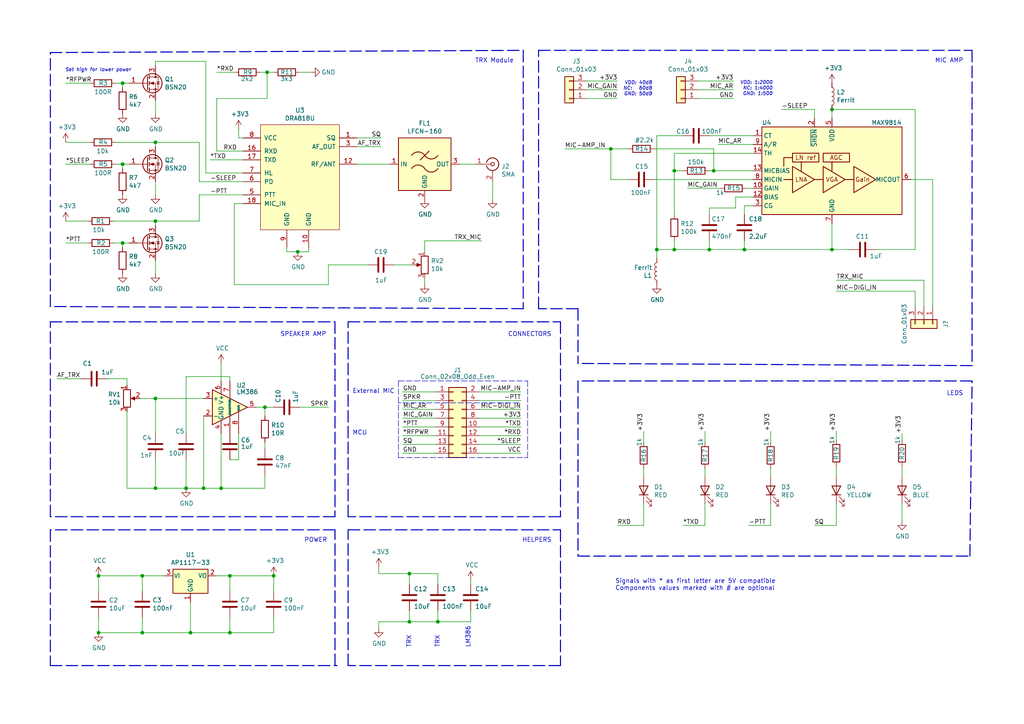
<source format=kicad_sch>
(kicad_sch (version 20211123) (generator eeschema)
  (paper "A4")
  (title_block (title "VHF-UHF TRX-Board") (date "2022-01-30") (rev "V 1.0b") (company "digitalwire.ch"))
  (junction (at 205.74 72.39))
  (junction (at 35.56 24.13))
  (junction (at 55.245 183.515))
  (junction (at 77.47 20.955))
  (junction (at 195.58 49.53))
  (junction (at 177.165 43.18))
  (junction (at 76.835 118.11))
  (junction (at 35.56 70.485))
  (junction (at 35.56 47.625))
  (junction (at 28.575 183.515))
  (junction (at 86.36 73.025))
  (junction (at 66.675 167.005))
  (junction (at 190.5 72.39))
  (junction (at 59.055 141.605))
  (junction (at 241.3 31.75))
  (junction (at 45.085 141.605))
  (junction (at 45.085 115.57))
  (junction (at 45.085 64.135))
  (junction (at 45.085 41.275))
  (junction (at 66.675 183.515))
  (junction (at 41.275 183.515))
  (junction (at 127 180.34))
  (junction (at 195.58 72.39))
  (junction (at 41.275 167.005))
  (junction (at 118.745 180.34))
  (junction (at 118.745 166.37))
  (junction (at 79.375 167.005))
  (junction (at 241.3 72.39))
  (junction (at 28.575 167.005))
  (junction (at 53.975 141.605))
  (junction (at 215.9 72.39))
  (junction (at 207.01 49.53))
  (junction (at 64.135 141.605))
  (wire (pts (xy 69.215 133.35) (xy 69.215 125.73)))
  (polyline (pts (xy 14.605 193.04) (xy 97.79 193.04)) (stroke (width 0.3048)))
  (wire (pts (xy 127 166.37) (xy 127 169.545)))
  (wire (pts (xy 218.44 57.15) (xy 213.36 57.15)))
  (wire (pts (xy 208.915 54.61) (xy 199.39 54.61)))
  (wire (pts (xy 126.365 123.825) (xy 116.84 123.825)))
  (wire (pts (xy 109.855 166.37) (xy 118.745 166.37)))
  (wire (pts (xy 118.745 180.34) (xy 127 180.34)))
  (wire (pts (xy 103.505 42.545) (xy 110.49 42.545)))
  (wire (pts (xy 242.57 135.255) (xy 242.57 138.43)))
  (wire (pts (xy 62.865 167.005) (xy 66.675 167.005)))
  (polyline (pts (xy 167.64 161.29) (xy 281.305 161.29)) (stroke (width 0.3048)))
  (wire (pts (xy 67.945 59.055) (xy 67.945 82.55)))
  (wire (pts (xy 26.035 41.275) (xy 19.05 41.275)))
  (wire (pts (xy 33.655 24.13) (xy 35.56 24.13)))
  (wire (pts (xy 76.835 130.175) (xy 76.835 128.27)))
  (wire (pts (xy 41.275 167.005) (xy 47.625 167.005)))
  (polyline (pts (xy 281.94 106.045) (xy 167.64 105.41)) (stroke (width 0.3048)))
  (wire (pts (xy 242.57 127.635) (xy 242.57 125.095)))
  (wire (pts (xy 53.975 141.605) (xy 45.085 141.605)))
  (wire (pts (xy 204.47 152.4) (xy 198.12 152.4)))
  (wire (pts (xy 241.3 31.75) (xy 241.3 34.29)))
  (wire (pts (xy 207.01 43.18) (xy 207.01 49.53)))
  (wire (pts (xy 23.495 109.855) (xy 16.51 109.855)))
  (wire (pts (xy 28.575 183.515) (xy 41.275 183.515)))
  (wire (pts (xy 242.57 81.28) (xy 267.97 81.28)))
  (wire (pts (xy 170.18 23.495) (xy 179.07 23.495)))
  (polyline (pts (xy 162.56 149.86) (xy 100.965 149.86)) (stroke (width 0.3048)))
  (wire (pts (xy 118.745 169.545) (xy 118.745 166.37)))
  (wire (pts (xy 261.62 135.255) (xy 261.62 138.43)))
  (wire (pts (xy 109.855 180.34) (xy 109.855 182.245)))
  (polyline (pts (xy 14.605 15.24) (xy 151.765 14.605)) (stroke (width 0.3048)))
  (wire (pts (xy 45.085 125.73) (xy 45.085 115.57)))
  (wire (pts (xy 126.365 118.745) (xy 116.84 118.745)))
  (wire (pts (xy 66.675 179.07) (xy 66.675 183.515)))
  (wire (pts (xy 26.035 47.625) (xy 19.05 47.625)))
  (wire (pts (xy 190.5 72.39) (xy 190.5 74.93)))
  (wire (pts (xy 242.57 146.05) (xy 242.57 152.4)))
  (wire (pts (xy 215.9 72.39) (xy 241.3 72.39)))
  (wire (pts (xy 163.83 43.18) (xy 177.165 43.18)))
  (wire (pts (xy 242.57 152.4) (xy 236.22 152.4)))
  (wire (pts (xy 77.47 20.955) (xy 75.565 20.955)))
  (wire (pts (xy 45.085 41.275) (xy 45.085 42.545)))
  (wire (pts (xy 207.01 49.53) (xy 218.44 49.53)))
  (wire (pts (xy 28.575 167.005) (xy 41.275 167.005)))
  (wire (pts (xy 35.56 71.755) (xy 35.56 70.485)))
  (wire (pts (xy 123.19 80.645) (xy 123.19 82.55)))
  (wire (pts (xy 45.085 115.57) (xy 59.055 115.57)))
  (wire (pts (xy 28.575 171.45) (xy 28.575 167.005)))
  (wire (pts (xy 95.25 76.835) (xy 106.68 76.835)))
  (wire (pts (xy 53.975 141.605) (xy 59.055 141.605)))
  (wire (pts (xy 177.165 52.07) (xy 177.165 43.18)))
  (wire (pts (xy 241.3 64.77) (xy 241.3 72.39)))
  (wire (pts (xy 242.57 84.455) (xy 265.43 84.455)))
  (wire (pts (xy 126.365 116.205) (xy 116.84 116.205)))
  (wire (pts (xy 26.035 24.13) (xy 19.05 24.13)))
  (wire (pts (xy 70.485 56.515) (xy 57.785 56.515)))
  (wire (pts (xy 35.56 70.485) (xy 37.465 70.485)))
  (wire (pts (xy 79.375 183.515) (xy 79.375 179.07)))
  (wire (pts (xy 53.975 109.22) (xy 66.675 109.22)))
  (polyline (pts (xy 100.965 153.67) (xy 162.56 153.67)) (stroke (width 0.3048)))
  (wire (pts (xy 45.085 33.02) (xy 45.085 29.21)))
  (wire (pts (xy 64.135 110.49) (xy 64.135 105.41)))
  (wire (pts (xy 70.485 46.355) (xy 60.96 46.355)))
  (wire (pts (xy 66.675 167.005) (xy 79.375 167.005)))
  (wire (pts (xy 186.69 135.89) (xy 186.69 138.43)))
  (wire (pts (xy 126.365 131.445) (xy 116.84 131.445)))
  (wire (pts (xy 41.275 171.45) (xy 41.275 167.005)))
  (wire (pts (xy 62.865 20.955) (xy 67.945 20.955)))
  (wire (pts (xy 64.135 125.73) (xy 64.135 141.605)))
  (wire (pts (xy 103.505 47.625) (xy 113.03 47.625)))
  (wire (pts (xy 264.16 52.07) (xy 270.51 52.07)))
  (wire (pts (xy 36.83 141.605) (xy 45.085 141.605)))
  (wire (pts (xy 57.785 56.515) (xy 57.785 64.135)))
  (wire (pts (xy 35.56 47.625) (xy 37.465 47.625)))
  (wire (pts (xy 77.47 20.955) (xy 79.375 20.955)))
  (wire (pts (xy 186.69 128.27) (xy 186.69 125.095)))
  (wire (pts (xy 186.69 146.05) (xy 186.69 152.4)))
  (wire (pts (xy 69.215 40.005) (xy 69.215 37.465)))
  (wire (pts (xy 64.135 141.605) (xy 76.835 141.605)))
  (wire (pts (xy 67.945 59.055) (xy 70.485 59.055)))
  (polyline (pts (xy 167.64 110.49) (xy 167.64 161.29)) (stroke (width 0.3048)))
  (wire (pts (xy 215.9 69.85) (xy 215.9 72.39)))
  (polyline (pts (xy 97.155 149.86) (xy 14.605 149.86)) (stroke (width 0.3048)))
  (wire (pts (xy 205.74 62.23) (xy 205.74 60.325)))
  (wire (pts (xy 202.565 26.035) (xy 212.725 26.035)))
  (wire (pts (xy 45.085 41.275) (xy 57.785 41.275)))
  (wire (pts (xy 136.525 169.545) (xy 136.525 168.275)))
  (wire (pts (xy 66.675 167.005) (xy 66.675 171.45)))
  (polyline (pts (xy 162.56 153.67) (xy 162.56 193.04)) (stroke (width 0.3048)))
  (wire (pts (xy 57.785 64.135) (xy 45.085 64.135)))
  (wire (pts (xy 177.165 52.07) (xy 182.245 52.07)))
  (polyline (pts (xy 153.035 110.49) (xy 153.035 132.715)))
  (wire (pts (xy 41.275 183.515) (xy 41.275 179.07)))
  (wire (pts (xy 77.47 28.575) (xy 77.47 20.955)))
  (wire (pts (xy 45.085 75.565) (xy 45.085 79.375)))
  (wire (pts (xy 186.69 152.4) (xy 179.07 152.4)))
  (wire (pts (xy 136.525 180.34) (xy 136.525 177.165)))
  (wire (pts (xy 139.065 131.445) (xy 151.13 131.445)))
  (wire (pts (xy 53.975 125.73) (xy 53.975 109.22)))
  (wire (pts (xy 109.855 164.465) (xy 109.855 166.37)))
  (wire (pts (xy 170.18 26.035) (xy 179.07 26.035)))
  (wire (pts (xy 218.44 54.61) (xy 216.535 54.61)))
  (wire (pts (xy 236.22 34.29) (xy 236.22 31.75)))
  (wire (pts (xy 189.865 43.18) (xy 207.01 43.18)))
  (wire (pts (xy 57.785 41.275) (xy 57.785 52.705)))
  (wire (pts (xy 127 180.34) (xy 136.525 180.34)))
  (wire (pts (xy 223.52 152.4) (xy 217.17 152.4)))
  (wire (pts (xy 53.975 133.35) (xy 53.975 141.605)))
  (wire (pts (xy 76.835 120.65) (xy 76.835 118.11)))
  (wire (pts (xy 126.365 126.365) (xy 116.84 126.365)))
  (wire (pts (xy 66.675 183.515) (xy 79.375 183.515)))
  (wire (pts (xy 213.36 60.325) (xy 205.74 60.325)))
  (wire (pts (xy 118.745 166.37) (xy 127 166.37)))
  (wire (pts (xy 215.9 62.23) (xy 215.9 59.69)))
  (wire (pts (xy 103.505 40.005) (xy 110.49 40.005)))
  (wire (pts (xy 74.295 118.11) (xy 76.835 118.11)))
  (wire (pts (xy 218.44 52.07) (xy 189.865 52.07)))
  (wire (pts (xy 66.675 109.22) (xy 66.675 110.49)))
  (wire (pts (xy 59.055 141.605) (xy 64.135 141.605)))
  (polyline (pts (xy 97.155 93.345) (xy 97.155 149.86)) (stroke (width 0.3048)))
  (wire (pts (xy 66.675 133.35) (xy 69.215 133.35)))
  (wire (pts (xy 246.38 72.39) (xy 241.3 72.39)))
  (wire (pts (xy 170.18 28.575) (xy 179.07 28.575)))
  (wire (pts (xy 198.12 49.53) (xy 195.58 49.53)))
  (wire (pts (xy 45.085 17.78) (xy 45.085 19.05)))
  (wire (pts (xy 139.065 123.825) (xy 151.13 123.825)))
  (wire (pts (xy 241.3 31.75) (xy 265.43 31.75)))
  (polyline (pts (xy 151.765 89.535) (xy 14.605 88.9)) (stroke (width 0.3048)))
  (polyline (pts (xy 167.64 89.535) (xy 156.21 89.535)) (stroke (width 0.3048)))
  (wire (pts (xy 109.855 180.34) (xy 118.745 180.34)))
  (polyline (pts (xy 100.965 93.345) (xy 162.56 93.345)) (stroke (width 0.3048)))
  (wire (pts (xy 86.995 20.955) (xy 90.17 20.955)))
  (wire (pts (xy 70.485 50.165) (xy 59.69 50.165)))
  (wire (pts (xy 25.4 64.135) (xy 19.05 64.135)))
  (wire (pts (xy 195.58 72.39) (xy 190.5 72.39)))
  (polyline (pts (xy 150.495 116.84) (xy 115.57 116.84)))
  (wire (pts (xy 139.065 121.285) (xy 151.13 121.285)))
  (wire (pts (xy 205.74 72.39) (xy 195.58 72.39)))
  (wire (pts (xy 139.065 128.905) (xy 151.13 128.905)))
  (polyline (pts (xy 100.965 149.86) (xy 100.965 93.345)) (stroke (width 0.3048)))
  (wire (pts (xy 83.185 73.025) (xy 86.36 73.025)))
  (wire (pts (xy 205.74 69.85) (xy 205.74 72.39)))
  (wire (pts (xy 59.69 17.78) (xy 45.085 17.78)))
  (wire (pts (xy 36.83 111.76) (xy 36.83 109.855)))
  (wire (pts (xy 142.875 52.705) (xy 142.875 57.785)))
  (polyline (pts (xy 151.765 14.605) (xy 151.765 89.535)) (stroke (width 0.3048)))
  (wire (pts (xy 35.56 25.4) (xy 35.56 24.13)))
  (wire (pts (xy 70.485 40.005) (xy 69.215 40.005)))
  (wire (pts (xy 126.365 128.905) (xy 116.84 128.905)))
  (wire (pts (xy 45.085 56.515) (xy 45.085 52.705)))
  (wire (pts (xy 36.83 141.605) (xy 36.83 119.38)))
  (polyline (pts (xy 115.57 132.715) (xy 153.035 132.715)))
  (polyline (pts (xy 115.57 110.49) (xy 115.57 132.715)))
  (polyline (pts (xy 162.56 193.04) (xy 100.965 193.04)) (stroke (width 0.3048)))
  (wire (pts (xy 267.97 81.28) (xy 267.97 88.9)))
  (wire (pts (xy 33.655 41.275) (xy 45.085 41.275)))
  (wire (pts (xy 215.9 72.39) (xy 205.74 72.39)))
  (polyline (pts (xy 97.155 153.67) (xy 14.605 153.67)) (stroke (width 0.3048)))
  (wire (pts (xy 265.43 72.39) (xy 254 72.39)))
  (wire (pts (xy 204.47 135.89) (xy 204.47 138.43)))
  (wire (pts (xy 40.64 115.57) (xy 45.085 115.57)))
  (wire (pts (xy 205.74 49.53) (xy 207.01 49.53)))
  (wire (pts (xy 261.62 127.635) (xy 261.62 125.73)))
  (polyline (pts (xy 115.57 110.49) (xy 153.035 110.49)))
  (wire (pts (xy 139.065 113.665) (xy 151.13 113.665)))
  (wire (pts (xy 86.36 73.025) (xy 89.535 73.025)))
  (wire (pts (xy 127 180.34) (xy 127 177.165)))
  (wire (pts (xy 265.43 31.75) (xy 265.43 72.39)))
  (wire (pts (xy 123.19 69.85) (xy 123.19 73.025)))
  (wire (pts (xy 59.055 120.65) (xy 59.055 141.605)))
  (wire (pts (xy 59.69 50.165) (xy 59.69 17.78)))
  (wire (pts (xy 195.58 69.85) (xy 195.58 72.39)))
  (wire (pts (xy 139.065 126.365) (xy 151.13 126.365)))
  (polyline (pts (xy 162.56 93.345) (xy 162.56 149.86)) (stroke (width 0.3048)))
  (wire (pts (xy 62.865 43.815) (xy 62.865 28.575)))
  (wire (pts (xy 195.58 44.45) (xy 218.44 44.45)))
  (polyline (pts (xy 14.605 153.67) (xy 14.605 193.04)) (stroke (width 0.3048)))
  (wire (pts (xy 195.58 49.53) (xy 195.58 44.45)))
  (wire (pts (xy 261.62 151.13) (xy 261.62 146.05)))
  (polyline (pts (xy 100.965 193.04) (xy 100.965 153.67)) (stroke (width 0.3048)))
  (wire (pts (xy 25.4 70.485) (xy 19.05 70.485)))
  (wire (pts (xy 89.535 73.025) (xy 89.535 71.755)))
  (wire (pts (xy 41.275 183.515) (xy 55.245 183.515)))
  (wire (pts (xy 35.56 24.13) (xy 37.465 24.13)))
  (wire (pts (xy 223.52 128.27) (xy 223.52 125.095)))
  (polyline (pts (xy 156.21 89.535) (xy 156.21 14.605)) (stroke (width 0.3048)))
  (wire (pts (xy 79.375 167.005) (xy 79.375 171.45)))
  (wire (pts (xy 62.865 28.575) (xy 77.47 28.575)))
  (wire (pts (xy 76.835 118.11) (xy 79.375 118.11)))
  (wire (pts (xy 28.575 179.07) (xy 28.575 183.515)))
  (wire (pts (xy 236.22 31.75) (xy 226.695 31.75)))
  (wire (pts (xy 126.365 113.665) (xy 116.84 113.665)))
  (wire (pts (xy 270.51 52.07) (xy 270.51 88.9)))
  (wire (pts (xy 204.47 128.27) (xy 204.47 125.095)))
  (wire (pts (xy 265.43 84.455) (xy 265.43 88.9)))
  (wire (pts (xy 45.085 141.605) (xy 45.085 133.35)))
  (wire (pts (xy 118.745 177.165) (xy 118.745 180.34)))
  (wire (pts (xy 114.3 76.835) (xy 119.38 76.835)))
  (wire (pts (xy 76.835 137.795) (xy 76.835 141.605)))
  (wire (pts (xy 67.945 82.55) (xy 95.25 82.55)))
  (polyline (pts (xy 97.155 193.04) (xy 97.155 153.67)) (stroke (width 0.3048)))
  (wire (pts (xy 215.9 59.69) (xy 218.44 59.69)))
  (wire (pts (xy 198.12 39.37) (xy 190.5 39.37)))
  (wire (pts (xy 35.56 48.895) (xy 35.56 47.625)))
  (wire (pts (xy 195.58 62.23) (xy 195.58 49.53)))
  (wire (pts (xy 83.185 71.755) (xy 83.185 73.025)))
  (polyline (pts (xy 14.605 88.9) (xy 14.605 15.24)) (stroke (width 0.3048)))
  (wire (pts (xy 202.565 23.495) (xy 212.725 23.495)))
  (wire (pts (xy 70.485 43.815) (xy 62.865 43.815)))
  (wire (pts (xy 86.995 118.11) (xy 95.25 118.11)))
  (wire (pts (xy 139.065 118.745) (xy 151.13 118.745)))
  (polyline (pts (xy 281.305 161.29) (xy 281.94 110.49)) (stroke (width 0.3048)))
  (wire (pts (xy 33.655 47.625) (xy 35.56 47.625)))
  (wire (pts (xy 133.35 47.625) (xy 137.795 47.625)))
  (wire (pts (xy 36.83 109.855) (xy 31.115 109.855)))
  (polyline (pts (xy 14.605 149.86) (xy 14.605 93.345)) (stroke (width 0.3048)))
  (wire (pts (xy 223.52 135.89) (xy 223.52 138.43)))
  (wire (pts (xy 57.785 52.705) (xy 70.485 52.705)))
  (wire (pts (xy 202.565 28.575) (xy 212.725 28.575)))
  (wire (pts (xy 126.365 121.285) (xy 116.84 121.285)))
  (wire (pts (xy 123.19 69.85) (xy 139.7 69.85)))
  (wire (pts (xy 33.02 64.135) (xy 45.085 64.135)))
  (wire (pts (xy 190.5 39.37) (xy 190.5 72.39)))
  (polyline (pts (xy 281.94 110.49) (xy 167.64 110.49)) (stroke (width 0.3048)))
  (wire (pts (xy 204.47 146.05) (xy 204.47 152.4)))
  (wire (pts (xy 45.085 64.135) (xy 45.085 65.405)))
  (polyline (pts (xy 281.94 14.605) (xy 281.94 106.045)) (stroke (width 0.3048)))
  (wire (pts (xy 205.74 39.37) (xy 218.44 39.37)))
  (wire (pts (xy 218.44 41.91) (xy 208.28 41.91)))
  (wire (pts (xy 55.245 174.625) (xy 55.245 183.515)))
  (polyline (pts (xy 156.21 14.605) (xy 281.94 14.605)) (stroke (width 0.3048)))
  (wire (pts (xy 213.36 57.15) (xy 213.36 60.325)))
  (wire (pts (xy 95.25 82.55) (xy 95.25 76.835)))
  (wire (pts (xy 223.52 146.05) (xy 223.52 152.4)))
  (wire (pts (xy 177.165 43.18) (xy 182.245 43.18)))
  (wire (pts (xy 33.02 70.485) (xy 35.56 70.485)))
  (wire (pts (xy 139.065 116.205) (xy 151.13 116.205)))
  (polyline (pts (xy 14.605 93.345) (xy 97.155 93.345)) (stroke (width 0.3048)))
  (polyline (pts (xy 167.64 89.535) (xy 167.64 105.41)) (stroke (width 0.3048)))
  (wire (pts (xy 55.245 183.515) (xy 66.675 183.515)))
  (text "LEDS\n" (at 279.4 114.935 180) (effects (font (size 1.27 1.27)) (justify right bottom)))
  (text "VDD: 1:2000\nNC: 1:4000\nGND: 1:500\n\n\n" (at 224.155 31.115 180) (effects (font (size 1 1) italic) (justify right bottom)))
  (text "TRX Module" (at 137.795 18.415 0) (effects (font (size 1.27 1.27)) (justify left bottom)))
  (text "VDD: 40dB\nNC:	 60dB\nGND: 50dB" (at 189.23 27.94 180) (effects (font (size 1 1) italic) (justify right bottom)))
  (text "External MIC" (at 102.235 114.3 0) (effects (font (size 1.27 1.27)) (justify left bottom)))
  (text "CONNECTORS" (at 147.32 97.79 0) (effects (font (size 1.27 1.27)) (justify left bottom)))
  (text "MCU" (at 102.235 126.365 0) (effects (font (size 1.27 1.27)) (justify left bottom)))
  (text "POWER" (at 88.265 157.48 0) (effects (font (size 1.27 1.27)) (justify left bottom)))
  (text "SPEAKER AMP" (at 81.28 97.79 0) (effects (font (size 1.27 1.27)) (justify left bottom)))
  (text "LM386" (at 136.525 187.96 90) (effects (font (size 1.27 1.27)) (justify left bottom)))
  (text "Set high for lower power" (at 38.1 20.955 180) (effects (font (size 1 1) italic) (justify right bottom)))
  (text "MIC AMP" (at 271.145 18.415 0) (effects (font (size 1.27 1.27)) (justify left bottom)))
  (text "TRX" (at 119.38 187.96 90) (effects (font (size 1.27 1.27)) (justify left bottom)))
  (text "TRX" (at 127.635 187.96 90) (effects (font (size 1.27 1.27)) (justify left bottom)))
  (text "Signals with * as first letter are 5V compatible\nComponents values marked with # are optional\n" (at 178.435 171.45 0) (effects (font (size 1.27 1.27)) (justify left bottom)))
  (text "HELPERS" (at 160.02 157.48 180) (effects (font (size 1.27 1.27)) (justify right bottom)))
  (label "GND" (at 116.84 131.445 0))
  (label "+3V3" (at 242.57 125.095 90))
  (label "AF_TRX" (at 110.49 42.545 180))
  (label "+3V3" (at 204.47 125.095 90))
  (label "+3V3" (at 212.725 23.495 180))
  (label "SPKR" (at 95.25 118.11 180))
  (label "TRX_MIC" (at 139.7 69.85 180))
  (label "*SLEEP" (at 19.05 47.625 0))
  (label "*PTT" (at 116.84 123.825 0))
  (label "MIC_AR" (at 116.84 118.745 0))
  (label "+3V3" (at 261.62 125.73 90))
  (label "MIC-AMP_IN" (at 163.83 43.18 0))
  (label "MIC_GAIN" (at 116.84 121.285 0))
  (label "-SLEEP" (at 226.695 31.75 0))
  (label "-SLEEP" (at 60.96 52.705 0))
  (label "+3V3" (at 179.07 23.495 180))
  (label "VCC" (at 151.13 131.445 180))
  (label "SQ" (at 236.22 152.4 0))
  (label "MIC_AR" (at 212.725 26.035 180))
  (label "*SLEEP" (at 151.13 128.905 180))
  (label "SPKR" (at 116.84 116.205 0))
  (label "MIC_GAIN" (at 179.07 26.035 180))
  (label "*RXD" (at 151.13 126.365 180))
  (label "*TXD" (at 198.12 152.4 0))
  (label "*RXD" (at 62.865 20.955 0))
  (label "RXD" (at 64.77 43.815 0))
  (label "SQ" (at 116.84 128.905 0))
  (label "GND" (at 116.84 113.665 0))
  (label "GND" (at 212.725 28.575 180))
  (label "MIC-DIGI_IN" (at 242.57 84.455 0))
  (label "-PTT" (at 60.96 56.515 0))
  (label "AF_TRX" (at 16.51 109.855 0))
  (label "+3V3" (at 186.69 125.095 90))
  (label "*RFPWR" (at 19.05 24.13 0))
  (label "*TXD" (at 60.96 46.355 0))
  (label "GND" (at 179.07 28.575 180))
  (label "*PTT" (at 19.05 70.485 0))
  (label "TRX_MIC" (at 242.57 81.28 0))
  (label "MIC_GAIN" (at 199.39 54.61 0))
  (label "MIC-AMP_IN" (at 151.13 113.665 180))
  (label "+3V3" (at 223.52 125.095 90))
  (label "+3V3" (at 151.13 121.285 180))
  (label "*TXD" (at 151.13 123.825 180))
  (label "-PTT" (at 217.17 152.4 0))
  (label "MIC-DIGI_IN" (at 151.13 118.745 180))
  (label "RXD" (at 179.07 152.4 0))
  (label "MIC_AR" (at 208.28 41.91 0))
  (label "SQ" (at 110.49 40.005 180))
  (label "-PTT" (at 151.13 116.205 180))
  (label "*RFPWR" (at 116.84 126.365 0))
  (symbol (lib_id "_DW-RFModule:DRA818U") (at 75.565 60.325 0) (unit 1)
    (property "Reference" "U3" (at 86.995 32.004 0))
    (property "Value" "DRA818U" (at 86.995 34.3154 0))
    (property "Footprint" "_DW_RFModules:DRA818" (effects hide))
  )
  (symbol (lib_id "Regulator_Linear:AP1117-33") (at 55.245 167.005 0) (unit 1)
    (property "Reference" "U1" (at 55.245 160.8582 0))
    (property "Value" "AP1117-33" (at 55.245 163.1696 0))
    (property "Footprint" "Package_TO_SOT_SMD:SOT-223-3_TabPin2" (effects hide))
    (property "Datasheet" "https://datasheet.lcsc.com/lcsc/1811151430_Diodes-Incorporated-AZ1117H-3.3TRE1_C92517.pdf" (effects hide))
    (property "LCSC" "C92517" (effects hide))
  )
  (symbol (lib_id "Device:C") (at 28.575 175.26 0) (unit 1)
    (property "Reference" "C2" (at 31.5722 174.0916 0) (effects (justify left)))
    (property "Value" "10uF" (at 31.5722 176.403 0) (effects (justify left)))
    (property "Footprint" "Capacitor_SMD:C_0805_2012Metric" (effects hide))
    (property "Datasheet" "https://datasheet.lcsc.com/lcsc/1811121310_Samsung-Electro-Mechanics-CL21A106KAYNNNE_C15850.pdf" (effects hide))
    (property "LCSC" "C15850" (effects hide))
  )
  (symbol (lib_id "Device:C") (at 79.375 175.26 0) (unit 1)
    (property "Reference" "C9" (at 82.296 174.0916 0) (effects (justify left)))
    (property "Value" "100nF" (at 82.296 176.403 0) (effects (justify left)))
    (property "Footprint" "Capacitor_SMD:C_0805_2012Metric" (effects hide))
    (property "Datasheet" "https://datasheet.lcsc.com/lcsc/1810101813_YAGEO-CC0805KRX7R9BB104_C49678.pdf" (effects hide))
    (property "LCSC" "C49678" (effects hide))
  )
  (symbol (lib_id "Transistor_FET:BSN20") (at 42.545 70.485 0) (unit 1)
    (property "Reference" "Q3" (at 47.752 69.3166 0) (effects (justify left)))
    (property "Value" "BSN20" (at 47.752 71.628 0) (effects (justify left)))
    (property "Footprint" "Package_TO_SOT_SMD:SOT-23" (effects hide))
    (property "Datasheet" "https://datasheet.lcsc.com/lcsc/1808272021_Vishay-Intertech-SI2301CDS-T1-GE3_C10487.pdf" (effects hide))
    (property "LCSC" "C10487" (effects hide))
  )
  (symbol (lib_id "Device:R") (at 29.21 70.485 270) (unit 1)
    (property "Reference" "R2" (at 27.94 70.485 90) (effects (justify left)))
    (property "Value" "100R" (at 26.67 73.025 90) (effects (justify left)))
    (property "Footprint" "Resistor_SMD:R_0805_2012Metric" (effects hide))
    (property "Datasheet" "https://datasheet.lcsc.com/lcsc/1809062111_UNI-ROYAL-Uniroyal-Elec-0805W8F1000T5E_C17408.pdf" (effects hide))
    (property "LCSC" "C17408" (effects hide))
  )
  (symbol (lib_id "Device:C") (at 41.275 175.26 0) (unit 1)
    (property "Reference" "C3" (at 44.196 174.0916 0) (effects (justify left)))
    (property "Value" "100nF" (at 44.196 176.403 0) (effects (justify left)))
    (property "Footprint" "Capacitor_SMD:C_0805_2012Metric" (effects hide))
    (property "Datasheet" "https://datasheet.lcsc.com/lcsc/1810101813_YAGEO-CC0805KRX7R9BB104_C49678.pdf" (effects hide))
    (property "LCSC" "C49678" (effects hide))
  )
  (symbol (lib_id "Device:R") (at 29.21 64.135 90) (unit 1)
    (property "Reference" "R1" (at 30.48 64.135 90) (effects (justify left)))
    (property "Value" "10k" (at 30.48 66.675 90) (effects (justify left)))
    (property "Footprint" "Resistor_SMD:R_0805_2012Metric" (effects hide))
    (property "Datasheet" "https://datasheet.lcsc.com/lcsc/1810271610_UNI-ROYAL-Uniroyal-Elec-0805W8F1002T5E_C17414.pdf" (effects hide))
    (property "LCSC" "C17414" (effects hide))
  )
  (symbol (lib_id "Device:C") (at 127 173.355 0) (unit 1)
    (property "Reference" "C13" (at 128.27 170.815 0) (effects (justify left)))
    (property "Value" "100nF" (at 128.27 175.895 0) (effects (justify left)))
    (property "Footprint" "Capacitor_SMD:C_0805_2012Metric" (effects hide))
    (property "Datasheet" "https://datasheet.lcsc.com/lcsc/1810101813_YAGEO-CC0805KRX7R9BB104_C49678.pdf" (effects hide))
    (property "LCSC" "C49678" (effects hide))
  )
  (symbol (lib_id "RF_Filter:LFCN-160") (at 123.19 47.625 0) (unit 1)
    (property "Reference" "FL1" (at 123.19 35.7632 0))
    (property "Value" "LFCN-160" (at 123.19 38.0746 0))
    (property "Footprint" "Filter:Filter_Mini-Circuits_FV1206" (effects hide))
    (property "Datasheet" "https://www.minicircuits.com/pdfs/LFCN-160+.pdf" (effects hide))
  )
  (symbol (lib_id "Device:R") (at 35.56 75.565 0) (unit 1)
    (property "Reference" "R8" (at 37.338 74.3966 0) (effects (justify left)))
    (property "Value" "4k7" (at 37.338 76.708 0) (effects (justify left)))
    (property "Footprint" "Resistor_SMD:R_0805_2012Metric" (effects hide))
    (property "Datasheet" "https://datasheet.lcsc.com/lcsc/1808281533_UNI-ROYAL-Uniroyal-Elec-0805W8F4701T5E_C17673.pdf" (effects hide))
    (property "LCSC" "C17673" (effects hide))
  )
  (symbol (lib_id "Amplifier_Audio:MAX9814") (at 241.3 49.53 0) (unit 1)
    (property "Reference" "U4" (at 220.98 35.56 0) (effects (justify left)))
    (property "Value" "MAX9814" (at 252.73 35.56 0) (effects (justify left)))
    (property "Footprint" "Package_DFN_QFN:DFN-14-1EP_3x3mm_P0.4mm_EP1.78x2.35mm" (effects hide))
    (property "Datasheet" "https://datasheet.lcsc.com/lcsc/1809121815_Maxim-Integrated-MAX9814ETD+T_C41714.pdf" (effects hide))
    (property "LCSC" "C41714" (effects hide))
  )
  (symbol (lib_id "Device:C") (at 201.93 39.37 90) (unit 1)
    (property "Reference" "C16" (at 200.025 38.1 90) (effects (justify left)))
    (property "Value" "100nF" (at 209.55 38.1 90) (effects (justify left)))
    (property "Footprint" "Capacitor_SMD:C_0805_2012Metric" (effects hide))
    (property "Datasheet" "https://datasheet.lcsc.com/lcsc/1810101813_YAGEO-CC0805KRX7R9BB104_C49678.pdf" (effects hide))
    (property "LCSC" "C49678" (effects hide))
  )
  (symbol (lib_id "power:GND") (at 190.5 82.55 0) (unit 1)
    (property "Reference" "#PWR0111" (effects hide))
    (property "Value" "GND" (at 190.627 86.9442 0))
  )
  (symbol (lib_id "power:GND") (at 123.19 57.785 0) (unit 1)
    (property "Reference" "#PWR0101" (effects hide))
    (property "Value" "GND" (at 123.317 62.1792 0))
  )
  (symbol (lib_id "power:GND") (at 86.36 73.025 0) (unit 1)
    (property "Reference" "#PWR0102" (effects hide))
    (property "Value" "GND" (at 86.487 77.4192 0))
  )
  (symbol (lib_id "power:GND") (at 35.56 79.375 0) (unit 1)
    (property "Reference" "#PWR0103" (effects hide))
    (property "Value" "GND" (at 35.687 83.7692 0))
  )
  (symbol (lib_id "power:GND") (at 45.085 79.375 0) (unit 1)
    (property "Reference" "#PWR0104" (effects hide))
    (property "Value" "GND" (at 45.212 83.7692 0))
  )
  (symbol (lib_id "Device:C") (at 250.19 72.39 90) (unit 1)
    (property "Reference" "C11" (at 252.095 68.58 90) (effects (justify left)))
    (property "Value" "1uF" (at 255.905 74.295 90) (effects (justify left)))
    (property "Footprint" "Capacitor_SMD:C_0805_2012Metric" (effects hide))
    (property "Datasheet" "https://datasheet.lcsc.com/lcsc/1810191216_Samsung-Electro-Mechanics-CL21B105KBFNNNE_C28323.pdf" (effects hide))
    (property "LCSC" "C28323" (effects hide))
  )
  (symbol (lib_id "power:GND") (at 109.855 182.245 0) (unit 1)
    (property "Reference" "#PWR0112" (effects hide))
    (property "Value" "GND" (at 109.982 186.6392 0))
  )
  (symbol (lib_id "Transistor_FET:BSN20") (at 42.545 47.625 0) (unit 1)
    (property "Reference" "Q2" (at 47.752 46.4566 0) (effects (justify left)))
    (property "Value" "BSN20" (at 47.752 48.768 0) (effects (justify left)))
    (property "Footprint" "Package_TO_SOT_SMD:SOT-23" (effects hide))
    (property "Datasheet" "https://datasheet.lcsc.com/lcsc/1808272021_Vishay-Intertech-SI2301CDS-T1-GE3_C10487.pdf" (effects hide))
    (property "LCSC" "C10487" (effects hide))
  )
  (symbol (lib_id "power:GND") (at 45.085 56.515 0) (unit 1)
    (property "Reference" "#PWR0105" (effects hide))
    (property "Value" "GND" (at 45.212 60.9092 0))
  )
  (symbol (lib_id "power:GND") (at 35.56 56.515 0) (unit 1)
    (property "Reference" "#PWR0106" (effects hide))
    (property "Value" "GND" (at 35.687 60.9092 0))
  )
  (symbol (lib_id "Device:R") (at 35.56 52.705 0) (unit 1)
    (property "Reference" "R7" (at 37.338 51.5366 0) (effects (justify left)))
    (property "Value" "4k7" (at 37.338 53.848 0) (effects (justify left)))
    (property "Footprint" "Resistor_SMD:R_0805_2012Metric" (effects hide))
    (property "Datasheet" "https://datasheet.lcsc.com/lcsc/1808281533_UNI-ROYAL-Uniroyal-Elec-0805W8F4701T5E_C17673.pdf" (effects hide))
    (property "LCSC" "C17673" (effects hide))
  )
  (symbol (lib_id "Device:R") (at 29.845 47.625 270) (unit 1)
    (property "Reference" "R5" (at 28.575 47.625 90) (effects (justify left)))
    (property "Value" "100R" (at 27.305 50.165 90) (effects (justify left)))
    (property "Footprint" "Resistor_SMD:R_0805_2012Metric" (effects hide))
    (property "Datasheet" "https://datasheet.lcsc.com/lcsc/1809062111_UNI-ROYAL-Uniroyal-Elec-0805W8F1000T5E_C17408.pdf" (effects hide))
    (property "LCSC" "C17408" (effects hide))
  )
  (symbol (lib_id "Device:R") (at 29.845 41.275 270) (unit 1)
    (property "Reference" "R4" (at 28.575 41.275 90) (effects (justify left)))
    (property "Value" "10k" (at 27.94 43.815 90) (effects (justify left)))
    (property "Footprint" "Resistor_SMD:R_0805_2012Metric" (effects hide))
    (property "Datasheet" "https://datasheet.lcsc.com/lcsc/1810271610_UNI-ROYAL-Uniroyal-Elec-0805W8F1002T5E_C17414.pdf" (effects hide))
    (property "LCSC" "C17414" (effects hide))
  )
  (symbol (lib_id "Device:C") (at 118.745 173.355 0) (unit 1)
    (property "Reference" "C12" (at 120.015 170.815 0) (effects (justify left)))
    (property "Value" "10uF" (at 120.015 175.895 0) (effects (justify left)))
    (property "Footprint" "Capacitor_SMD:C_0805_2012Metric" (effects hide))
    (property "Datasheet" "https://datasheet.lcsc.com/lcsc/1811121310_Samsung-Electro-Mechanics-CL21A106KAYNNNE_C15850.pdf" (effects hide))
    (property "LCSC" "C15850" (effects hide))
  )
  (symbol (lib_id "Device:C") (at 110.49 76.835 90) (unit 1)
    (property "Reference" "C19" (at 112.395 73.025 90) (effects (justify left)))
    (property "Value" "1uF" (at 112.395 81.28 90) (effects (justify left)))
    (property "Footprint" "Capacitor_SMD:C_0805_2012Metric" (effects hide))
    (property "Datasheet" "https://datasheet.lcsc.com/lcsc/1810191216_Samsung-Electro-Mechanics-CL21B105KBFNNNE_C28323.pdf" (effects hide))
    (property "LCSC" "C28323" (effects hide))
  )
  (symbol (lib_id "Device:R") (at 195.58 66.04 0) (unit 1)
    (property "Reference" "R12" (at 197.358 64.8716 0) (effects (justify left)))
    (property "Value" "100k" (at 197.358 67.183 0) (effects (justify left)))
    (property "Footprint" "Resistor_SMD:R_0805_2012Metric" (effects hide))
    (property "Datasheet" "https://datasheet.lcsc.com/lcsc/1808271910_UNI-ROYAL-Uniroyal-Elec-0805W8F1003T5E_C17407.pdf" (effects hide))
    (property "LCSC" "C17407" (effects hide))
  )
  (symbol (lib_id "Transistor_FET:BSN20") (at 42.545 24.13 0) (unit 1)
    (property "Reference" "Q1" (at 47.752 22.9616 0) (effects (justify left)))
    (property "Value" "BSN20" (at 47.752 25.273 0) (effects (justify left)))
    (property "Footprint" "Package_TO_SOT_SMD:SOT-23" (effects hide))
    (property "Datasheet" "https://datasheet.lcsc.com/lcsc/1808272021_Vishay-Intertech-SI2301CDS-T1-GE3_C10487.pdf" (effects hide))
    (property "LCSC" "C10487" (effects hide))
  )
  (symbol (lib_id "power:GND") (at 45.085 33.02 0) (unit 1)
    (property "Reference" "#PWR0107" (effects hide))
    (property "Value" "GND" (at 45.212 37.4142 0))
  )
  (symbol (lib_id "power:GND") (at 35.56 33.02 0) (unit 1)
    (property "Reference" "#PWR0108" (effects hide))
    (property "Value" "GND" (at 35.687 37.4142 0))
  )
  (symbol (lib_id "Device:R") (at 35.56 29.21 0) (unit 1)
    (property "Reference" "R6" (at 37.338 28.0416 0) (effects (justify left)))
    (property "Value" "4k7" (at 37.338 30.353 0) (effects (justify left)))
    (property "Footprint" "Resistor_SMD:R_0805_2012Metric" (effects hide))
    (property "Datasheet" "https://datasheet.lcsc.com/lcsc/1808281533_UNI-ROYAL-Uniroyal-Elec-0805W8F4701T5E_C17673.pdf" (effects hide))
    (property "LCSC" "C17673" (effects hide))
  )
  (symbol (lib_id "Device:R") (at 29.845 24.13 270) (unit 1)
    (property "Reference" "R3" (at 28.575 24.13 90) (effects (justify left)))
    (property "Value" "100R" (at 27.305 26.67 90) (effects (justify left)))
    (property "Footprint" "Resistor_SMD:R_0805_2012Metric" (effects hide))
    (property "Datasheet" "https://datasheet.lcsc.com/lcsc/1809062111_UNI-ROYAL-Uniroyal-Elec-0805W8F1000T5E_C17408.pdf" (effects hide))
    (property "LCSC" "C17408" (effects hide))
  )
  (symbol (lib_id "Device:R") (at 201.93 49.53 270) (unit 1)
    (property "Reference" "R13" (at 200.025 49.53 90) (effects (justify left)))
    (property "Value" "150k" (at 199.39 46.99 90) (effects (justify left)))
    (property "Footprint" "Resistor_SMD:R_0805_2012Metric" (effects hide))
    (property "Datasheet" "https://datasheet.lcsc.com/lcsc/1810301815_UNI-ROYAL-Uniroyal-Elec-0805W8F1503T5E_C17470.pdf" (effects hide))
    (property "LCSC" "C17470" (effects hide))
  )
  (symbol (lib_id "Device:C") (at 186.055 52.07 270) (unit 1)
    (property "Reference" "C15" (at 184.15 48.26 90) (effects (justify left)))
    (property "Value" "100nF" (at 182.88 55.88 90) (effects (justify left)))
    (property "Footprint" "Capacitor_SMD:C_0805_2012Metric" (effects hide))
    (property "Datasheet" "https://datasheet.lcsc.com/lcsc/1810101813_YAGEO-CC0805KRX7R9BB104_C49678.pdf" (effects hide))
    (property "LCSC" "C49678" (effects hide))
  )
  (symbol (lib_id "Device:R") (at 186.055 43.18 270) (unit 1)
    (property "Reference" "R14" (at 184.15 43.18 90) (effects (justify left)))
    (property "Value" "#2.2k" (at 184.15 40.64 90) (effects (justify left)))
    (property "Footprint" "Resistor_SMD:R_0805_2012Metric" (effects hide))
    (property "Datasheet" "https://datasheet.lcsc.com/lcsc/1810170621_UNI-ROYAL-Uniroyal-Elec-0805W8F2201T5E_C17520.pdf" (effects hide))
    (property "LCSC" "C17520" (effects hide))
  )
  (symbol (lib_id "Device:C") (at 66.675 129.54 0) (unit 1)
    (property "Reference" "C6" (at 69.85 127.635 0) (effects (justify left)))
    (property "Value" "1uF" (at 69.85 129.54 0) (effects (justify left)))
    (property "Footprint" "Capacitor_SMD:C_0805_2012Metric" (effects hide))
    (property "Datasheet" "https://datasheet.lcsc.com/lcsc/1810191216_Samsung-Electro-Mechanics-CL21B105KBFNNNE_C28323.pdf" (effects hide))
    (property "LCSC" "C28323" (effects hide))
  )
  (symbol (lib_id "Device:C") (at 76.835 133.985 0) (unit 1)
    (property "Reference" "C8" (at 79.756 132.8166 0) (effects (justify left)))
    (property "Value" "47nF" (at 79.756 135.128 0) (effects (justify left)))
    (property "Footprint" "Capacitor_SMD:C_0805_2012Metric" (effects hide))
    (property "Datasheet" "https://datasheet.lcsc.com/lcsc/1811091614_Samsung-Electro-Mechanics-CL21B473KBCNNNC_C53134.pdf" (effects hide))
    (property "LCSC" "C53134" (effects hide))
  )
  (symbol (lib_id "Device:C") (at 83.185 118.11 90) (unit 1)
    (property "Reference" "C10" (at 80.645 116.84 0) (effects (justify left)))
    (property "Value" "1uF" (at 85.725 116.84 0) (effects (justify left)))
    (property "Footprint" "Capacitor_SMD:C_0805_2012Metric" (effects hide))
    (property "Datasheet" "https://datasheet.lcsc.com/lcsc/1810191216_Samsung-Electro-Mechanics-CL21B105KBFNNNE_C28323.pdf" (effects hide))
    (property "LCSC" "C28323" (effects hide))
  )
  (symbol (lib_id "Device:C") (at 53.975 129.54 0) (unit 1)
    (property "Reference" "C5" (at 50.8 125.095 0) (effects (justify left)))
    (property "Value" "10uF" (at 48.895 131.445 0) (effects (justify left)))
    (property "Footprint" "Capacitor_SMD:C_0805_2012Metric" (effects hide))
    (property "Datasheet" "https://datasheet.lcsc.com/lcsc/1811121310_Samsung-Electro-Mechanics-CL21A106KAYNNNE_C15850.pdf" (effects hide))
    (property "LCSC" "C15850" (effects hide))
  )
  (symbol (lib_id "Device:C") (at 215.9 66.04 0) (unit 1)
    (property "Reference" "C18" (at 217.17 63.5 0) (effects (justify left)))
    (property "Value" "2.2uF" (at 217.17 68.58 0) (effects (justify left)))
    (property "Footprint" "Capacitor_SMD:C_0805_2012Metric" (effects hide))
    (property "Datasheet" "https://datasheet.lcsc.com/lcsc/1811101411_FH-Guangdong-Fenghua-Advanced-Tech-0805F225M500NT_C49217.pdf" (effects hide))
    (property "LCSC" "C49217" (effects hide))
  )
  (symbol (lib_id "Connector:Conn_Coaxial") (at 142.875 47.625 0) (unit 1)
    (property "Reference" "J2" (at 145.415 48.26 0) (effects (justify left)))
    (property "Value" "SMA" (at 145.415 50.5714 0) (effects (justify left)))
    (property "Footprint" "Connector_Coaxial:SMA_Amphenol_132134-16_Vertical" (effects hide))
    (property "Datasheet" " ~" (effects hide))
  )
  (symbol (lib_id "power:GND") (at 142.875 57.785 0) (unit 1)
    (property "Reference" "#PWR0109" (effects hide))
    (property "Value" "GND" (at 143.002 62.1792 0))
  )
  (symbol (lib_id "Device:C") (at 45.085 129.54 0) (unit 1)
    (property "Reference" "C4" (at 41.275 127 0) (effects (justify left)))
    (property "Value" "1nF" (at 40.64 132.08 0) (effects (justify left)))
    (property "Footprint" "Capacitor_SMD:C_0805_2012Metric" (effects hide))
    (property "Datasheet" "https://datasheet.lcsc.com/lcsc/1808311543_Samsung-Electro-Mechanics-CL21B102KBCNNNC_C46653.pdf" (effects hide))
    (property "LCSC" "C46653" (effects hide))
  )
  (symbol (lib_id "Device:R") (at 76.835 124.46 0) (unit 1)
    (property "Reference" "R10" (at 78.613 123.2916 0) (effects (justify left)))
    (property "Value" "10R" (at 78.613 125.603 0) (effects (justify left)))
    (property "Footprint" "Resistor_SMD:R_0805_2012Metric" (effects hide))
    (property "Datasheet" "https://datasheet.lcsc.com/lcsc/1810271610_UNI-ROYAL-Uniroyal-Elec-0805W8F100JT5E_C17415.pdf" (effects hide))
    (property "LCSC" "C17415" (effects hide))
  )
  (symbol (lib_id "Device:C") (at 27.305 109.855 90) (unit 1)
    (property "Reference" "C1" (at 26.67 105.41 90) (effects (justify left)))
    (property "Value" "1uF" (at 33.02 107.95 90) (effects (justify left)))
    (property "Footprint" "Capacitor_SMD:C_0805_2012Metric" (effects hide))
    (property "Datasheet" "https://datasheet.lcsc.com/lcsc/1810191216_Samsung-Electro-Mechanics-CL21B105KBFNNNE_C28323.pdf" (effects hide))
    (property "LCSC" "C28323" (effects hide))
  )
  (symbol (lib_id "power:GND") (at 53.975 141.605 0) (unit 1)
    (property "Reference" "#PWR0113" (effects hide))
    (property "Value" "GND" (at 54.102 145.9992 0))
  )
  (symbol (lib_id "power:+3V3") (at 79.375 167.005 0) (unit 1)
    (property "Reference" "#PWR0114" (effects hide))
    (property "Value" "+3V3" (at 79.756 162.6108 0))
  )
  (symbol (lib_id "power:VCC") (at 28.575 167.005 0) (unit 1)
    (property "Reference" "#PWR0115" (effects hide))
    (property "Value" "VCC" (at 28.956 162.6108 0))
  )
  (symbol (lib_id "power:+3V3") (at 109.855 164.465 0) (unit 1)
    (property "Reference" "#PWR0116" (effects hide))
    (property "Value" "+3V3" (at 110.236 160.0708 0))
  )
  (symbol (lib_id "power:+3V3") (at 69.215 37.465 0) (unit 1)
    (property "Reference" "#PWR0117" (effects hide))
    (property "Value" "+3V3" (at 69.596 33.0708 0))
  )
  (symbol (lib_id "power:+3V3") (at 19.05 64.135 0) (unit 1)
    (property "Reference" "#PWR0118" (effects hide))
    (property "Value" "+3V3" (at 19.431 59.7408 0))
  )
  (symbol (lib_id "power:+3V3") (at 19.05 41.275 0) (unit 1)
    (property "Reference" "#PWR0119" (effects hide))
    (property "Value" "+3V3" (at 19.431 36.8808 0))
  )
  (symbol (lib_id "power:VCC") (at 64.135 105.41 0) (unit 1)
    (property "Reference" "#PWR0120" (effects hide))
    (property "Value" "VCC" (at 64.516 101.0158 0))
  )
  (symbol (lib_id "Device:C") (at 66.675 175.26 0) (unit 1)
    (property "Reference" "C7" (at 69.6722 174.0916 0) (effects (justify left)))
    (property "Value" "10uF" (at 69.6722 176.403 0) (effects (justify left)))
    (property "Footprint" "Capacitor_SMD:C_0805_2012Metric" (effects hide))
    (property "Datasheet" "https://datasheet.lcsc.com/lcsc/1811121310_Samsung-Electro-Mechanics-CL21A106KAYNNNE_C15850.pdf" (effects hide))
    (property "LCSC" "C15850" (effects hide))
  )
  (symbol (lib_id "power:GND") (at 28.575 183.515 0) (unit 1)
    (property "Reference" "#PWR0110" (effects hide))
    (property "Value" "GND" (at 28.702 187.9092 0))
  )
  (symbol (lib_id "Amplifier_Audio:LM386") (at 66.675 118.11 0) (unit 1)
    (property "Reference" "U2" (at 68.58 111.76 0) (effects (justify left)))
    (property "Value" "LM386" (at 68.58 113.665 0) (effects (justify left)))
    (property "Footprint" "Package_SO:SOIC-8_3.9x4.9mm_P1.27mm" (effects hide))
    (property "Datasheet" "https://datasheet.lcsc.com/lcsc/1810181622_Texas-Instruments-LM386MX-1-NOPB_C23573.pdf" (effects hide))
    (property "LCSC" "C23573" (effects hide))
  )
  (symbol (lib_id "Device:R_POT") (at 36.83 115.57 0) (unit 1)
    (property "Reference" "RV1" (at 35.0774 114.4016 0) (effects (justify right)))
    (property "Value" "10k" (at 35.0774 116.713 0) (effects (justify right)))
    (property "Footprint" "Potentiometer_SMD:Potentiometer_Vishay_TS53YL_Vertical" (effects hide))
    (property "Datasheet" "https://www.farnell.com/datasheets/2243510.pdf" (effects hide))
  )
  (symbol (lib_id "Device:L") (at 241.3 27.94 0) (unit 1)
    (property "Reference" "L2" (at 242.6462 26.7716 0) (effects (justify left)))
    (property "Value" "Ferrit" (at 242.6462 29.083 0) (effects (justify left)))
    (property "Footprint" "Resistor_SMD:R_0805_2012Metric_Pad1.20x1.40mm_HandSolder" (effects hide))
    (property "Datasheet" "https://www.farnell.com/datasheets/1685938.pdf" (effects hide))
  )
  (symbol (lib_id "Device:L") (at 190.5 78.74 180) (unit 1)
    (property "Reference" "L1" (at 189.1538 79.9084 0) (effects (justify left)))
    (property "Value" "Ferrit" (at 189.1538 77.597 0) (effects (justify left)))
    (property "Footprint" "Resistor_SMD:R_0805_2012Metric_Pad1.20x1.40mm_HandSolder" (effects hide))
    (property "Datasheet" "https://www.farnell.com/datasheets/1685938.pdf" (effects hide))
  )
  (symbol (lib_id "Device:C") (at 136.525 173.355 0) (unit 1)
    (property "Reference" "C14" (at 137.795 170.815 0) (effects (justify left)))
    (property "Value" "10uF" (at 137.795 175.895 0) (effects (justify left)))
    (property "Footprint" "Capacitor_SMD:C_0805_2012Metric" (effects hide))
    (property "Datasheet" "https://datasheet.lcsc.com/lcsc/1811121310_Samsung-Electro-Mechanics-CL21A106KAYNNNE_C15850.pdf" (effects hide))
    (property "LCSC" "C15850" (effects hide))
  )
  (symbol (lib_id "power:VCC") (at 136.525 168.275 0) (unit 1)
    (property "Reference" "#PWR0121" (effects hide))
    (property "Value" "VCC" (at 136.906 163.8808 0))
  )
  (symbol (lib_id "Device:C") (at 205.74 66.04 0) (unit 1)
    (property "Reference" "C17" (at 206.375 63.5 0) (effects (justify left)))
    (property "Value" "470nF" (at 206.375 68.58 0) (effects (justify left)))
    (property "Footprint" "Capacitor_SMD:C_0805_2012Metric" (effects hide))
    (property "Datasheet" "https://datasheet.lcsc.com/lcsc/1810251812_Samsung-Electro-Mechanics-CL21B474KBFNNNE_C13967.pdf" (effects hide))
    (property "LCSC" "C13967" (effects hide))
  )
  (symbol (lib_id "Device:R_POT") (at 123.19 76.835 0) (mirror y) (unit 1)
    (property "Reference" "RV2" (at 124.9426 75.6666 0) (effects (justify right)))
    (property "Value" "10k" (at 124.9426 77.978 0) (effects (justify right)))
    (property "Footprint" "Potentiometer_SMD:Potentiometer_Vishay_TS53YL_Vertical" (effects hide))
    (property "Datasheet" "https://www.farnell.com/datasheets/2243510.pdf" (effects hide))
  )
  (symbol (lib_id "Connector_Generic:Conn_01x03") (at 197.485 26.035 180) (unit 1)
    (property "Reference" "J4" (at 199.5678 17.78 0))
    (property "Value" "Conn_01x03" (at 199.5678 20.0914 0))
    (property "Footprint" "Connector_PinHeader_2.54mm:PinHeader_1x03_P2.54mm_Vertical" (effects hide))
  )
  (symbol (lib_id "Connector_Generic:Conn_02x08_Odd_Even") (at 131.445 121.285 0) (unit 1)
    (property "Reference" "J1" (at 132.715 107.315 0))
    (property "Value" "Conn_02x08_Odd_Even" (at 132.715 109.22 0))
    (property "Footprint" "Connector_PinHeader_2.54mm:PinHeader_2x08_P2.54mm_Vertical" (effects hide))
  )
  (symbol (lib_id "Device:R") (at 71.755 20.955 270) (unit 1)
    (property "Reference" "R9" (at 70.485 20.955 90) (effects (justify left)))
    (property "Value" "2k2" (at 69.85 22.86 90) (effects (justify left)))
    (property "Footprint" "Resistor_SMD:R_0805_2012Metric" (effects hide))
    (property "Datasheet" "https://datasheet.lcsc.com/lcsc/1810170621_UNI-ROYAL-Uniroyal-Elec-0805W8F2201T5E_C17520.pdf" (effects hide))
    (property "LCSC" "C17520" (effects hide))
  )
  (symbol (lib_id "Device:R") (at 83.185 20.955 270) (unit 1)
    (property "Reference" "R11" (at 81.28 20.955 90) (effects (justify left)))
    (property "Value" "3k3" (at 81.28 22.86 90) (effects (justify left)))
    (property "Footprint" "Resistor_SMD:R_0805_2012Metric" (effects hide))
    (property "Datasheet" "https://datasheet.lcsc.com/lcsc/1809140022_UNI-ROYAL-Uniroyal-Elec-0805W8F3301T5E_C26010.pdf" (effects hide))
    (property "LCSC" "C26010" (effects hide))
  )
  (symbol (lib_id "Device:LED") (at 186.69 142.24 90) (unit 1)
    (property "Reference" "D1" (at 189.6872 141.2494 90) (effects (justify right)))
    (property "Value" "RED" (at 189.6872 143.5608 90) (effects (justify right)))
    (property "Footprint" "LED_SMD:LED_0603_1608Metric" (effects hide))
    (property "Datasheet" "https://datasheet.lcsc.com/lcsc/1810231112_Hubei-KENTO-Elec-KT-0603R_C2286.pdf" (effects hide))
    (property "LCSC" "C2286" (effects hide))
  )
  (symbol (lib_id "Device:LED") (at 204.47 142.24 90) (unit 1)
    (property "Reference" "D2" (at 207.4672 141.2494 90) (effects (justify right)))
    (property "Value" "RED" (at 207.4672 143.5608 90) (effects (justify right)))
    (property "Footprint" "LED_SMD:LED_0603_1608Metric" (effects hide))
    (property "Datasheet" "https://datasheet.lcsc.com/lcsc/1810231112_Hubei-KENTO-Elec-KT-0603R_C2286.pdf" (effects hide))
    (property "LCSC" "C2286" (effects hide))
  )
  (symbol (lib_id "Device:LED") (at 223.52 142.24 90) (unit 1)
    (property "Reference" "D3" (at 226.5172 141.2494 90) (effects (justify right)))
    (property "Value" "RED" (at 226.5172 143.5608 90) (effects (justify right)))
    (property "Footprint" "LED_SMD:LED_0603_1608Metric" (effects hide))
    (property "Datasheet" "https://datasheet.lcsc.com/lcsc/1810231112_Hubei-KENTO-Elec-KT-0603R_C2286.pdf" (effects hide))
    (property "LCSC" "C2286" (effects hide))
  )
  (symbol (lib_id "Device:R") (at 186.69 132.08 180) (unit 1)
    (property "Reference" "R16" (at 186.69 130.175 90) (effects (justify left)))
    (property "Value" "1k" (at 185.42 127 90) (effects (justify left)))
    (property "Footprint" "Resistor_SMD:R_0805_2012Metric" (effects hide))
    (property "Datasheet" "https://datasheet.lcsc.com/lcsc/1811022111_UNI-ROYAL-Uniroyal-Elec-0805W8F1001T5E_C17513.pdf" (effects hide))
    (property "LCSC" "C17513" (effects hide))
  )
  (symbol (lib_id "Device:R") (at 204.47 132.08 180) (unit 1)
    (property "Reference" "R17" (at 204.47 130.175 90) (effects (justify left)))
    (property "Value" "1k" (at 203.2 127 90) (effects (justify left)))
    (property "Footprint" "Resistor_SMD:R_0805_2012Metric" (effects hide))
    (property "Datasheet" "https://datasheet.lcsc.com/lcsc/1811022111_UNI-ROYAL-Uniroyal-Elec-0805W8F1001T5E_C17513.pdf" (effects hide))
    (property "LCSC" "C17513" (effects hide))
  )
  (symbol (lib_id "Device:R") (at 223.52 132.08 180) (unit 1)
    (property "Reference" "R18" (at 223.52 130.175 90) (effects (justify left)))
    (property "Value" "1k" (at 222.25 127 90) (effects (justify left)))
    (property "Footprint" "Resistor_SMD:R_0805_2012Metric" (effects hide))
    (property "Datasheet" "https://datasheet.lcsc.com/lcsc/1811022111_UNI-ROYAL-Uniroyal-Elec-0805W8F1001T5E_C17513.pdf" (effects hide))
    (property "LCSC" "C17513" (effects hide))
  )
  (symbol (lib_id "Device:LED") (at 242.57 142.24 90) (unit 1)
    (property "Reference" "D4" (at 245.5672 141.2494 90) (effects (justify right)))
    (property "Value" "YELLOW" (at 245.5672 143.5608 90) (effects (justify right)))
    (property "Footprint" "LED_SMD:LED_0603_1608Metric" (effects hide))
    (property "Datasheet" "https://datasheet.lcsc.com/lcsc/1806151129_Hubei-KENTO-Elec-17-21SUYC-TR8_C2296.pdf" (effects hide))
    (property "LCSC" "C2296" (effects hide))
  )
  (symbol (lib_id "Device:LED") (at 261.62 142.24 90) (unit 1)
    (property "Reference" "D5" (at 264.6172 141.2494 90) (effects (justify right)))
    (property "Value" "BLUE" (at 264.6172 143.5608 90) (effects (justify right)))
    (property "Footprint" "LED_SMD:LED_0603_1608Metric" (effects hide))
    (property "Datasheet" "https://datasheet.lcsc.com/lcsc/1806151818_Hubei-KENTO-Elec-C12624_C12624.pdf" (effects hide))
    (property "LCSC" "C12624" (effects hide))
  )
  (symbol (lib_id "Device:R") (at 242.57 131.445 180) (unit 1)
    (property "Reference" "R19" (at 242.57 129.54 90) (effects (justify left)))
    (property "Value" "1k" (at 241.3 126.365 90) (effects (justify left)))
    (property "Footprint" "Resistor_SMD:R_0805_2012Metric" (effects hide))
    (property "Datasheet" "https://datasheet.lcsc.com/lcsc/1811022111_UNI-ROYAL-Uniroyal-Elec-0805W8F1001T5E_C17513.pdf" (effects hide))
    (property "LCSC" "C17513" (effects hide))
  )
  (symbol (lib_id "Device:R") (at 261.62 131.445 180) (unit 1)
    (property "Reference" "R20" (at 261.62 129.54 90) (effects (justify left)))
    (property "Value" "1k" (at 260.35 126.365 90) (effects (justify left)))
    (property "Footprint" "Resistor_SMD:R_0805_2012Metric" (effects hide))
    (property "Datasheet" "https://datasheet.lcsc.com/lcsc/1811022111_UNI-ROYAL-Uniroyal-Elec-0805W8F1001T5E_C17513.pdf" (effects hide))
    (property "LCSC" "C17513" (effects hide))
  )
  (symbol (lib_id "power:GND") (at 90.17 20.955 90) (unit 1)
    (property "Reference" "#PWR0122" (effects hide))
    (property "Value" "GND" (at 95.25 20.955 90))
  )
  (symbol (lib_id "power:+3V3") (at 241.3 24.13 0) (unit 1)
    (property "Reference" "#PWR0123" (effects hide))
    (property "Value" "+3V3" (at 241.681 19.7358 0))
  )
  (symbol (lib_id "Connector_Generic:Conn_01x03") (at 165.1 26.035 180) (unit 1)
    (property "Reference" "J3" (at 167.1828 17.78 0))
    (property "Value" "Conn_01x03" (at 167.1828 20.0914 0))
    (property "Footprint" "Connector_PinHeader_2.54mm:PinHeader_1x03_P2.54mm_Vertical" (effects hide))
  )
  (symbol (lib_id "Device:R") (at 212.725 54.61 270) (unit 1)
    (property "Reference" "R15" (at 210.82 54.61 90) (effects (justify left)))
    (property "Value" "1k" (at 207.645 55.88 90) (effects (justify left)))
    (property "Footprint" "Resistor_SMD:R_0805_2012Metric" (effects hide))
    (property "Datasheet" "https://datasheet.lcsc.com/lcsc/1811022111_UNI-ROYAL-Uniroyal-Elec-0805W8F1001T5E_C17513.pdf" (effects hide))
    (property "LCSC" "C17513" (effects hide))
  )
  (symbol (lib_id "power:GND") (at 261.62 151.13 0) (unit 1)
    (property "Reference" "#PWR01" (effects hide))
    (property "Value" "GND" (at 261.747 155.5242 0))
  )
  (symbol (lib_id "power:GND") (at 123.19 82.55 0) (unit 1)
    (property "Reference" "#PWR?" (effects hide))
    (property "Value" "GND" (at 123.317 86.9442 0))
  )
  (symbol (lib_id "Connector_Generic:Conn_01x03") (at 267.97 93.98 270) (unit 1)
    (property "Reference" "J?" (at 274.32 93.98 0))
    (property "Value" "Conn_01x03" (at 262.255 93.98 0))
    (property "Footprint" "Connector_PinHeader_2.54mm:PinHeader_1x03_P2.54mm_Vertical" (effects hide))
  )
)
</source>
